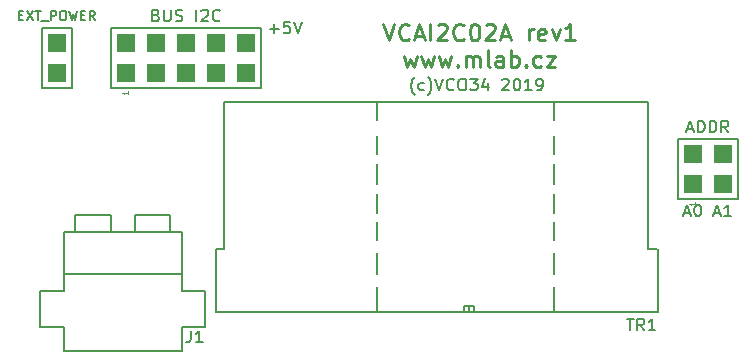
<source format=gbr>
%TF.GenerationSoftware,KiCad,Pcbnew,6.0.4-6f826c9f35~116~ubuntu20.04.1*%
%TF.CreationDate,2022-08-16T16:27:46+00:00*%
%TF.ProjectId,VCAI2C02A,56434149-3243-4303-9241-2e6b69636164,rev?*%
%TF.SameCoordinates,Original*%
%TF.FileFunction,Legend,Top*%
%TF.FilePolarity,Positive*%
%FSLAX46Y46*%
G04 Gerber Fmt 4.6, Leading zero omitted, Abs format (unit mm)*
G04 Created by KiCad (PCBNEW 6.0.4-6f826c9f35~116~ubuntu20.04.1) date 2022-08-16 16:27:46*
%MOMM*%
%LPD*%
G01*
G04 APERTURE LIST*
%ADD10C,0.200000*%
%ADD11C,0.150000*%
%ADD12C,0.250000*%
%ADD13C,0.050000*%
%ADD14R,1.524000X1.524000*%
G04 APERTURE END LIST*
D10*
X23860285Y2722571D02*
X24622190Y2722571D01*
X24241238Y2341619D02*
X24241238Y3103523D01*
X25574571Y3341619D02*
X25098380Y3341619D01*
X25050761Y2865428D01*
X25098380Y2913047D01*
X25193619Y2960666D01*
X25431714Y2960666D01*
X25526952Y2913047D01*
X25574571Y2865428D01*
X25622190Y2770190D01*
X25622190Y2532095D01*
X25574571Y2436857D01*
X25526952Y2389238D01*
X25431714Y2341619D01*
X25193619Y2341619D01*
X25098380Y2389238D01*
X25050761Y2436857D01*
X25907904Y3341619D02*
X26241238Y2341619D01*
X26574571Y3341619D01*
D11*
X36140095Y-2865333D02*
X36092476Y-2817714D01*
X35997238Y-2674857D01*
X35949619Y-2579619D01*
X35902000Y-2436761D01*
X35854380Y-2198666D01*
X35854380Y-2008190D01*
X35902000Y-1770095D01*
X35949619Y-1627238D01*
X35997238Y-1532000D01*
X36092476Y-1389142D01*
X36140095Y-1341523D01*
X36949619Y-2436761D02*
X36854380Y-2484380D01*
X36663904Y-2484380D01*
X36568666Y-2436761D01*
X36521047Y-2389142D01*
X36473428Y-2293904D01*
X36473428Y-2008190D01*
X36521047Y-1912952D01*
X36568666Y-1865333D01*
X36663904Y-1817714D01*
X36854380Y-1817714D01*
X36949619Y-1865333D01*
X37282952Y-2865333D02*
X37330571Y-2817714D01*
X37425809Y-2674857D01*
X37473428Y-2579619D01*
X37521047Y-2436761D01*
X37568666Y-2198666D01*
X37568666Y-2008190D01*
X37521047Y-1770095D01*
X37473428Y-1627238D01*
X37425809Y-1532000D01*
X37330571Y-1389142D01*
X37282952Y-1341523D01*
X37902000Y-1484380D02*
X38235333Y-2484380D01*
X38568666Y-1484380D01*
X39473428Y-2389142D02*
X39425809Y-2436761D01*
X39282952Y-2484380D01*
X39187714Y-2484380D01*
X39044857Y-2436761D01*
X38949619Y-2341523D01*
X38902000Y-2246285D01*
X38854380Y-2055809D01*
X38854380Y-1912952D01*
X38902000Y-1722476D01*
X38949619Y-1627238D01*
X39044857Y-1532000D01*
X39187714Y-1484380D01*
X39282952Y-1484380D01*
X39425809Y-1532000D01*
X39473428Y-1579619D01*
X40092476Y-1484380D02*
X40282952Y-1484380D01*
X40378190Y-1532000D01*
X40473428Y-1627238D01*
X40521047Y-1817714D01*
X40521047Y-2151047D01*
X40473428Y-2341523D01*
X40378190Y-2436761D01*
X40282952Y-2484380D01*
X40092476Y-2484380D01*
X39997238Y-2436761D01*
X39902000Y-2341523D01*
X39854380Y-2151047D01*
X39854380Y-1817714D01*
X39902000Y-1627238D01*
X39997238Y-1532000D01*
X40092476Y-1484380D01*
X40854380Y-1484380D02*
X41473428Y-1484380D01*
X41140095Y-1865333D01*
X41282952Y-1865333D01*
X41378190Y-1912952D01*
X41425809Y-1960571D01*
X41473428Y-2055809D01*
X41473428Y-2293904D01*
X41425809Y-2389142D01*
X41378190Y-2436761D01*
X41282952Y-2484380D01*
X40997238Y-2484380D01*
X40902000Y-2436761D01*
X40854380Y-2389142D01*
X42330571Y-1817714D02*
X42330571Y-2484380D01*
X42092476Y-1436761D02*
X41854380Y-2151047D01*
X42473428Y-2151047D01*
X43568666Y-1579619D02*
X43616285Y-1532000D01*
X43711523Y-1484380D01*
X43949619Y-1484380D01*
X44044857Y-1532000D01*
X44092476Y-1579619D01*
X44140095Y-1674857D01*
X44140095Y-1770095D01*
X44092476Y-1912952D01*
X43521047Y-2484380D01*
X44140095Y-2484380D01*
X44759142Y-1484380D02*
X44854380Y-1484380D01*
X44949619Y-1532000D01*
X44997238Y-1579619D01*
X45044857Y-1674857D01*
X45092476Y-1865333D01*
X45092476Y-2103428D01*
X45044857Y-2293904D01*
X44997238Y-2389142D01*
X44949619Y-2436761D01*
X44854380Y-2484380D01*
X44759142Y-2484380D01*
X44663904Y-2436761D01*
X44616285Y-2389142D01*
X44568666Y-2293904D01*
X44521047Y-2103428D01*
X44521047Y-1865333D01*
X44568666Y-1674857D01*
X44616285Y-1579619D01*
X44663904Y-1532000D01*
X44759142Y-1484380D01*
X46044857Y-2484380D02*
X45473428Y-2484380D01*
X45759142Y-2484380D02*
X45759142Y-1484380D01*
X45663904Y-1627238D01*
X45568666Y-1722476D01*
X45473428Y-1770095D01*
X46521047Y-2484380D02*
X46711523Y-2484380D01*
X46806761Y-2436761D01*
X46854380Y-2389142D01*
X46949619Y-2246285D01*
X46997238Y-2055809D01*
X46997238Y-1674857D01*
X46949619Y-1579619D01*
X46902000Y-1532000D01*
X46806761Y-1484380D01*
X46616285Y-1484380D01*
X46521047Y-1532000D01*
X46473428Y-1579619D01*
X46425809Y-1674857D01*
X46425809Y-1912952D01*
X46473428Y-2008190D01*
X46521047Y-2055809D01*
X46616285Y-2103428D01*
X46806761Y-2103428D01*
X46902000Y-2055809D01*
X46949619Y-2008190D01*
X46997238Y-1912952D01*
D12*
X33489333Y3163666D02*
X33956000Y1763666D01*
X34422666Y3163666D01*
X35689333Y1897000D02*
X35622666Y1830333D01*
X35422666Y1763666D01*
X35289333Y1763666D01*
X35089333Y1830333D01*
X34956000Y1963666D01*
X34889333Y2097000D01*
X34822666Y2363666D01*
X34822666Y2563666D01*
X34889333Y2830333D01*
X34956000Y2963666D01*
X35089333Y3097000D01*
X35289333Y3163666D01*
X35422666Y3163666D01*
X35622666Y3097000D01*
X35689333Y3030333D01*
X36222666Y2163666D02*
X36889333Y2163666D01*
X36089333Y1763666D02*
X36556000Y3163666D01*
X37022666Y1763666D01*
X37489333Y1763666D02*
X37489333Y3163666D01*
X38089333Y3030333D02*
X38156000Y3097000D01*
X38289333Y3163666D01*
X38622666Y3163666D01*
X38756000Y3097000D01*
X38822666Y3030333D01*
X38889333Y2897000D01*
X38889333Y2763666D01*
X38822666Y2563666D01*
X38022666Y1763666D01*
X38889333Y1763666D01*
X40289333Y1897000D02*
X40222666Y1830333D01*
X40022666Y1763666D01*
X39889333Y1763666D01*
X39689333Y1830333D01*
X39556000Y1963666D01*
X39489333Y2097000D01*
X39422666Y2363666D01*
X39422666Y2563666D01*
X39489333Y2830333D01*
X39556000Y2963666D01*
X39689333Y3097000D01*
X39889333Y3163666D01*
X40022666Y3163666D01*
X40222666Y3097000D01*
X40289333Y3030333D01*
X41156000Y3163666D02*
X41289333Y3163666D01*
X41422666Y3097000D01*
X41489333Y3030333D01*
X41556000Y2897000D01*
X41622666Y2630333D01*
X41622666Y2297000D01*
X41556000Y2030333D01*
X41489333Y1897000D01*
X41422666Y1830333D01*
X41289333Y1763666D01*
X41156000Y1763666D01*
X41022666Y1830333D01*
X40956000Y1897000D01*
X40889333Y2030333D01*
X40822666Y2297000D01*
X40822666Y2630333D01*
X40889333Y2897000D01*
X40956000Y3030333D01*
X41022666Y3097000D01*
X41156000Y3163666D01*
X42156000Y3030333D02*
X42222666Y3097000D01*
X42356000Y3163666D01*
X42689333Y3163666D01*
X42822666Y3097000D01*
X42889333Y3030333D01*
X42956000Y2897000D01*
X42956000Y2763666D01*
X42889333Y2563666D01*
X42089333Y1763666D01*
X42956000Y1763666D01*
X43489333Y2163666D02*
X44156000Y2163666D01*
X43356000Y1763666D02*
X43822666Y3163666D01*
X44289333Y1763666D01*
X45822666Y1763666D02*
X45822666Y2697000D01*
X45822666Y2430333D02*
X45889333Y2563666D01*
X45956000Y2630333D01*
X46089333Y2697000D01*
X46222666Y2697000D01*
X47222666Y1830333D02*
X47089333Y1763666D01*
X46822666Y1763666D01*
X46689333Y1830333D01*
X46622666Y1963666D01*
X46622666Y2497000D01*
X46689333Y2630333D01*
X46822666Y2697000D01*
X47089333Y2697000D01*
X47222666Y2630333D01*
X47289333Y2497000D01*
X47289333Y2363666D01*
X46622666Y2230333D01*
X47756000Y2697000D02*
X48089333Y1763666D01*
X48422666Y2697000D01*
X49689333Y1763666D02*
X48889333Y1763666D01*
X49289333Y1763666D02*
X49289333Y3163666D01*
X49156000Y2963666D01*
X49022666Y2830333D01*
X48889333Y2763666D01*
X35256000Y442999D02*
X35522666Y-490333D01*
X35789333Y176333D01*
X36056000Y-490333D01*
X36322666Y442999D01*
X36722666Y442999D02*
X36989333Y-490333D01*
X37256000Y176333D01*
X37522666Y-490333D01*
X37789333Y442999D01*
X38189333Y442999D02*
X38456000Y-490333D01*
X38722666Y176333D01*
X38989333Y-490333D01*
X39256000Y442999D01*
X39789333Y-357000D02*
X39856000Y-423666D01*
X39789333Y-490333D01*
X39722666Y-423666D01*
X39789333Y-357000D01*
X39789333Y-490333D01*
X40456000Y-490333D02*
X40456000Y442999D01*
X40456000Y309666D02*
X40522666Y376333D01*
X40656000Y442999D01*
X40856000Y442999D01*
X40989333Y376333D01*
X41056000Y243000D01*
X41056000Y-490333D01*
X41056000Y243000D02*
X41122666Y376333D01*
X41256000Y442999D01*
X41456000Y442999D01*
X41589333Y376333D01*
X41656000Y243000D01*
X41656000Y-490333D01*
X42522666Y-490333D02*
X42389333Y-423666D01*
X42322666Y-290333D01*
X42322666Y909666D01*
X43656000Y-490333D02*
X43656000Y243000D01*
X43589333Y376333D01*
X43456000Y442999D01*
X43189333Y442999D01*
X43056000Y376333D01*
X43656000Y-423666D02*
X43522666Y-490333D01*
X43189333Y-490333D01*
X43056000Y-423666D01*
X42989333Y-290333D01*
X42989333Y-157000D01*
X43056000Y-23666D01*
X43189333Y43000D01*
X43522666Y43000D01*
X43656000Y109666D01*
X44322666Y-490333D02*
X44322666Y909666D01*
X44322666Y376333D02*
X44456000Y442999D01*
X44722666Y442999D01*
X44856000Y376333D01*
X44922666Y309666D01*
X44989333Y176333D01*
X44989333Y-223666D01*
X44922666Y-357000D01*
X44856000Y-423666D01*
X44722666Y-490333D01*
X44456000Y-490333D01*
X44322666Y-423666D01*
X45589333Y-357000D02*
X45656000Y-423666D01*
X45589333Y-490333D01*
X45522666Y-423666D01*
X45589333Y-357000D01*
X45589333Y-490333D01*
X46856000Y-423666D02*
X46722666Y-490333D01*
X46456000Y-490333D01*
X46322666Y-423666D01*
X46256000Y-357000D01*
X46189333Y-223666D01*
X46189333Y176333D01*
X46256000Y309666D01*
X46322666Y376333D01*
X46456000Y442999D01*
X46722666Y442999D01*
X46856000Y376333D01*
X47322666Y442999D02*
X48056000Y442999D01*
X47322666Y-490333D01*
X48056000Y-490333D01*
D10*
X61515714Y-12866666D02*
X61991904Y-12866666D01*
X61420476Y-13152380D02*
X61753809Y-12152380D01*
X62087142Y-13152380D01*
X62944285Y-13152380D02*
X62372857Y-13152380D01*
X62658571Y-13152380D02*
X62658571Y-12152380D01*
X62563333Y-12295238D01*
X62468095Y-12390476D01*
X62372857Y-12438095D01*
X58975714Y-12866666D02*
X59451904Y-12866666D01*
X58880476Y-13152380D02*
X59213809Y-12152380D01*
X59547142Y-13152380D01*
X60070952Y-12152380D02*
X60166190Y-12152380D01*
X60261428Y-12200000D01*
X60309047Y-12247619D01*
X60356666Y-12342857D01*
X60404285Y-12533333D01*
X60404285Y-12771428D01*
X60356666Y-12961904D01*
X60309047Y-13057142D01*
X60261428Y-13104761D01*
X60166190Y-13152380D01*
X60070952Y-13152380D01*
X59975714Y-13104761D01*
X59928095Y-13057142D01*
X59880476Y-12961904D01*
X59832857Y-12771428D01*
X59832857Y-12533333D01*
X59880476Y-12342857D01*
X59928095Y-12247619D01*
X59975714Y-12200000D01*
X60070952Y-12152380D01*
D11*
%TO.C,J1*%
X17192666Y-22820380D02*
X17192666Y-23534666D01*
X17145047Y-23677523D01*
X17049809Y-23772761D01*
X16906952Y-23820380D01*
X16811714Y-23820380D01*
X18192666Y-23820380D02*
X17621238Y-23820380D01*
X17906952Y-23820380D02*
X17906952Y-22820380D01*
X17811714Y-22963238D01*
X17716476Y-23058476D01*
X17621238Y-23106095D01*
%TO.C,TR1*%
X54110095Y-21804380D02*
X54681523Y-21804380D01*
X54395809Y-22804380D02*
X54395809Y-21804380D01*
X55586285Y-22804380D02*
X55252952Y-22328190D01*
X55014857Y-22804380D02*
X55014857Y-21804380D01*
X55395809Y-21804380D01*
X55491047Y-21852000D01*
X55538666Y-21899619D01*
X55586285Y-21994857D01*
X55586285Y-22137714D01*
X55538666Y-22232952D01*
X55491047Y-22280571D01*
X55395809Y-22328190D01*
X55014857Y-22328190D01*
X56538666Y-22804380D02*
X55967238Y-22804380D01*
X56252952Y-22804380D02*
X56252952Y-21804380D01*
X56157714Y-21947238D01*
X56062476Y-22042476D01*
X55967238Y-22090095D01*
D10*
%TO.C,J4*%
X14240190Y3881428D02*
X14383047Y3833809D01*
X14430666Y3786190D01*
X14478285Y3690952D01*
X14478285Y3548095D01*
X14430666Y3452857D01*
X14383047Y3405238D01*
X14287809Y3357619D01*
X13906857Y3357619D01*
X13906857Y4357619D01*
X14240190Y4357619D01*
X14335428Y4310000D01*
X14383047Y4262380D01*
X14430666Y4167142D01*
X14430666Y4071904D01*
X14383047Y3976666D01*
X14335428Y3929047D01*
X14240190Y3881428D01*
X13906857Y3881428D01*
X14906857Y4357619D02*
X14906857Y3548095D01*
X14954476Y3452857D01*
X15002095Y3405238D01*
X15097333Y3357619D01*
X15287809Y3357619D01*
X15383047Y3405238D01*
X15430666Y3452857D01*
X15478285Y3548095D01*
X15478285Y4357619D01*
X15906857Y3405238D02*
X16049714Y3357619D01*
X16287809Y3357619D01*
X16383047Y3405238D01*
X16430666Y3452857D01*
X16478285Y3548095D01*
X16478285Y3643333D01*
X16430666Y3738571D01*
X16383047Y3786190D01*
X16287809Y3833809D01*
X16097333Y3881428D01*
X16002095Y3929047D01*
X15954476Y3976666D01*
X15906857Y4071904D01*
X15906857Y4167142D01*
X15954476Y4262380D01*
X16002095Y4310000D01*
X16097333Y4357619D01*
X16335428Y4357619D01*
X16478285Y4310000D01*
X17668761Y3357619D02*
X17668761Y4357619D01*
X18097333Y4262380D02*
X18144952Y4310000D01*
X18240190Y4357619D01*
X18478285Y4357619D01*
X18573523Y4310000D01*
X18621142Y4262380D01*
X18668761Y4167142D01*
X18668761Y4071904D01*
X18621142Y3929047D01*
X18049714Y3357619D01*
X18668761Y3357619D01*
X19668761Y3452857D02*
X19621142Y3405238D01*
X19478285Y3357619D01*
X19383047Y3357619D01*
X19240190Y3405238D01*
X19144952Y3500476D01*
X19097333Y3595714D01*
X19049714Y3786190D01*
X19049714Y3929047D01*
X19097333Y4119523D01*
X19144952Y4214761D01*
X19240190Y4310000D01*
X19383047Y4357619D01*
X19478285Y4357619D01*
X19621142Y4310000D01*
X19668761Y4262380D01*
D13*
X11910190Y-2524142D02*
X11910190Y-2809857D01*
X11910190Y-2667000D02*
X11410190Y-2667000D01*
X11481619Y-2714619D01*
X11529238Y-2762238D01*
X11553047Y-2809857D01*
D11*
%TO.C,J5*%
X2642000Y3867142D02*
X2908666Y3867142D01*
X3022952Y3448095D02*
X2642000Y3448095D01*
X2642000Y4248095D01*
X3022952Y4248095D01*
X3289619Y4248095D02*
X3822952Y3448095D01*
X3822952Y4248095D02*
X3289619Y3448095D01*
X4013428Y4248095D02*
X4470571Y4248095D01*
X4242000Y3448095D02*
X4242000Y4248095D01*
X4546761Y3371904D02*
X5156285Y3371904D01*
X5346761Y3448095D02*
X5346761Y4248095D01*
X5651523Y4248095D01*
X5727714Y4210000D01*
X5765809Y4171904D01*
X5803904Y4095714D01*
X5803904Y3981428D01*
X5765809Y3905238D01*
X5727714Y3867142D01*
X5651523Y3829047D01*
X5346761Y3829047D01*
X6299142Y4248095D02*
X6451523Y4248095D01*
X6527714Y4210000D01*
X6603904Y4133809D01*
X6642000Y3981428D01*
X6642000Y3714761D01*
X6603904Y3562380D01*
X6527714Y3486190D01*
X6451523Y3448095D01*
X6299142Y3448095D01*
X6222952Y3486190D01*
X6146761Y3562380D01*
X6108666Y3714761D01*
X6108666Y3981428D01*
X6146761Y4133809D01*
X6222952Y4210000D01*
X6299142Y4248095D01*
X6908666Y4248095D02*
X7099142Y3448095D01*
X7251523Y4019523D01*
X7403904Y3448095D01*
X7594380Y4248095D01*
X7899142Y3867142D02*
X8165809Y3867142D01*
X8280095Y3448095D02*
X7899142Y3448095D01*
X7899142Y4248095D01*
X8280095Y4248095D01*
X9080095Y3448095D02*
X8813428Y3829047D01*
X8622952Y3448095D02*
X8622952Y4248095D01*
X8927714Y4248095D01*
X9003904Y4210000D01*
X9042000Y4171904D01*
X9080095Y4095714D01*
X9080095Y3981428D01*
X9042000Y3905238D01*
X9003904Y3867142D01*
X8927714Y3829047D01*
X8622952Y3829047D01*
D10*
%TO.C,J6*%
X59221904Y-5754666D02*
X59698095Y-5754666D01*
X59126666Y-6040380D02*
X59460000Y-5040380D01*
X59793333Y-6040380D01*
X60126666Y-6040380D02*
X60126666Y-5040380D01*
X60364761Y-5040380D01*
X60507619Y-5088000D01*
X60602857Y-5183238D01*
X60650476Y-5278476D01*
X60698095Y-5468952D01*
X60698095Y-5611809D01*
X60650476Y-5802285D01*
X60602857Y-5897523D01*
X60507619Y-5992761D01*
X60364761Y-6040380D01*
X60126666Y-6040380D01*
X61126666Y-6040380D02*
X61126666Y-5040380D01*
X61364761Y-5040380D01*
X61507619Y-5088000D01*
X61602857Y-5183238D01*
X61650476Y-5278476D01*
X61698095Y-5468952D01*
X61698095Y-5611809D01*
X61650476Y-5802285D01*
X61602857Y-5897523D01*
X61507619Y-5992761D01*
X61364761Y-6040380D01*
X61126666Y-6040380D01*
X62698095Y-6040380D02*
X62364761Y-5564190D01*
X62126666Y-6040380D02*
X62126666Y-5040380D01*
X62507619Y-5040380D01*
X62602857Y-5088000D01*
X62650476Y-5135619D01*
X62698095Y-5230857D01*
X62698095Y-5373714D01*
X62650476Y-5468952D01*
X62602857Y-5516571D01*
X62507619Y-5564190D01*
X62126666Y-5564190D01*
D13*
X59916190Y-11922142D02*
X59916190Y-12207857D01*
X59916190Y-12065000D02*
X59416190Y-12065000D01*
X59487619Y-12112619D01*
X59535238Y-12160238D01*
X59559047Y-12207857D01*
D11*
%TO.C,J1*%
X16430000Y-18002000D02*
X6430000Y-18002000D01*
X7430000Y-13002000D02*
X7430000Y-14502000D01*
X10430000Y-13002000D02*
X7430000Y-13002000D01*
X10430000Y-14502000D02*
X10430000Y-13002000D01*
X12430000Y-13002000D02*
X12430000Y-14502000D01*
X15430000Y-13002000D02*
X12430000Y-13002000D01*
X15430000Y-14502000D02*
X15430000Y-13002000D01*
X6430000Y-24502000D02*
X6430000Y-22502000D01*
X16430000Y-24502000D02*
X6430000Y-24502000D01*
X16430000Y-22502000D02*
X16430000Y-24502000D01*
X6430000Y-14502000D02*
X6430000Y-19502000D01*
X16430000Y-14502000D02*
X6430000Y-14502000D01*
X16430000Y-19502000D02*
X16430000Y-14502000D01*
X4430000Y-19502000D02*
X6430000Y-19502000D01*
X4430000Y-22502000D02*
X4430000Y-19502000D01*
X6430000Y-22502000D02*
X4430000Y-22502000D01*
X18430000Y-19502000D02*
X16430000Y-19502000D01*
X18430000Y-22502000D02*
X18430000Y-19502000D01*
X16430000Y-22502000D02*
X18430000Y-22502000D01*
%TO.C,TR1*%
X32940000Y-5022000D02*
X32940000Y-3422000D01*
X32940000Y-21122000D02*
X32940000Y-19122000D01*
X32940000Y-15122000D02*
X32940000Y-13622000D01*
X32940000Y-12822000D02*
X32940000Y-11222000D01*
X32940000Y-18022000D02*
X32940000Y-16222000D01*
X32940000Y-7822000D02*
X32940000Y-6322000D01*
X32940000Y-10422000D02*
X32940000Y-8722000D01*
X47940000Y-5022000D02*
X47940000Y-3422000D01*
X47940000Y-7822000D02*
X47940000Y-6322000D01*
X47940000Y-10422000D02*
X47940000Y-8722000D01*
X47940000Y-12822000D02*
X47940000Y-11222000D01*
X47940000Y-15122000D02*
X47940000Y-13622000D01*
X47940000Y-18022000D02*
X47940000Y-16222000D01*
X47940000Y-21122000D02*
X47940000Y-19122000D01*
X41140000Y-20722000D02*
X41140000Y-21222000D01*
X40340000Y-20722000D02*
X41140000Y-20722000D01*
X40340000Y-21222000D02*
X40340000Y-20722000D01*
X40740000Y-21122000D02*
X40740000Y-20722000D01*
X20040000Y-15922000D02*
X19340000Y-15922000D01*
X20040000Y-3422000D02*
X20040000Y-15922000D01*
X55940000Y-3422000D02*
X20040000Y-3422000D01*
X55940000Y-15922000D02*
X55940000Y-3422000D01*
X56640000Y-15922000D02*
X55940000Y-15922000D01*
X56740000Y-21222000D02*
X56740000Y-15922000D01*
X19340000Y-21222000D02*
X56740000Y-21222000D01*
X19340000Y-15922000D02*
X19340000Y-21222000D01*
%TO.C,J4*%
X10414000Y-2286000D02*
X10414000Y2794000D01*
X10414000Y2794000D02*
X23114000Y2794000D01*
X23114000Y2794000D02*
X23114000Y-2286000D01*
X23114000Y-2286000D02*
X10414000Y-2286000D01*
%TO.C,J5*%
X4572000Y-2286000D02*
X4572000Y2794000D01*
X4572000Y2794000D02*
X7112000Y2794000D01*
X7112000Y2794000D02*
X7112000Y-2286000D01*
X7112000Y-2286000D02*
X4572000Y-2286000D01*
%TO.C,J6*%
X58420000Y-11684000D02*
X58420000Y-6604000D01*
X58420000Y-6604000D02*
X63500000Y-6604000D01*
X63500000Y-6604000D02*
X63500000Y-11684000D01*
X63500000Y-11684000D02*
X58420000Y-11684000D01*
%TD*%
D14*
%TO.C,J4*%
X11684000Y-1016000D03*
X11684000Y1524000D03*
X14224000Y-1016000D03*
X14224000Y1524000D03*
X16764000Y-1016000D03*
X16764000Y1524000D03*
X19304000Y-1016000D03*
X19304000Y1524000D03*
X21844000Y-1016000D03*
X21844000Y1524000D03*
%TD*%
%TO.C,J5*%
X5842000Y-1016000D03*
X5842000Y1524000D03*
%TD*%
%TO.C,J6*%
X59690000Y-10414000D03*
X59690000Y-7874000D03*
X62230000Y-10414000D03*
X62230000Y-7874000D03*
%TD*%
M02*

</source>
